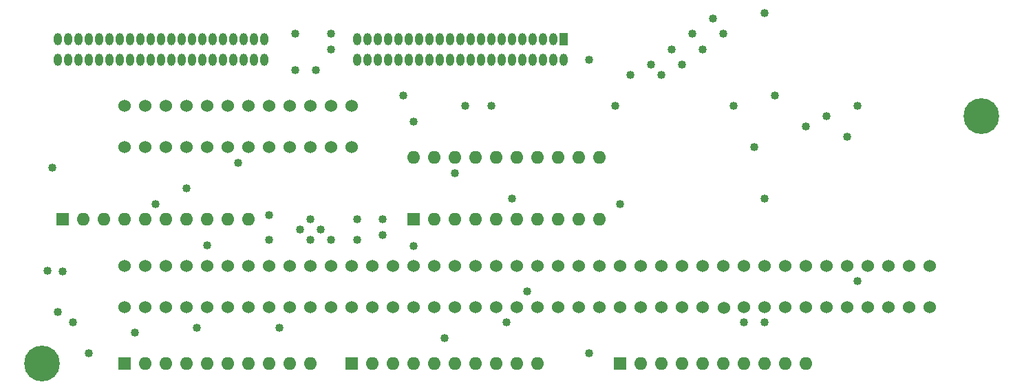
<source format=gts>
%TF.GenerationSoftware,KiCad,Pcbnew,(6.0.7)*%
%TF.CreationDate,2022-10-12T10:21:12-05:00*%
%TF.ProjectId,CompaqPortableIIIexpansionbackplane,436f6d70-6171-4506-9f72-7461626c6549,rev?*%
%TF.SameCoordinates,Original*%
%TF.FileFunction,Soldermask,Top*%
%TF.FilePolarity,Negative*%
%FSLAX46Y46*%
G04 Gerber Fmt 4.6, Leading zero omitted, Abs format (unit mm)*
G04 Created by KiCad (PCBNEW (6.0.7)) date 2022-10-12 10:21:12*
%MOMM*%
%LPD*%
G01*
G04 APERTURE LIST*
%ADD10R,1.600000X1.600000*%
%ADD11O,1.600000X1.600000*%
%ADD12C,1.524000*%
%ADD13R,1.000000X1.500000*%
%ADD14O,1.000000X1.500000*%
%ADD15C,4.400000*%
%ADD16C,1.016000*%
G04 APERTURE END LIST*
D10*
%TO.C,RN1*%
X93980000Y-102235000D03*
D11*
X96520000Y-102235000D03*
X99060000Y-102235000D03*
X101600000Y-102235000D03*
X104140000Y-102235000D03*
X106680000Y-102235000D03*
X109220000Y-102235000D03*
X111760000Y-102235000D03*
X114300000Y-102235000D03*
X116840000Y-102235000D03*
%TD*%
D12*
%TO.C,J110*%
X101600000Y-88265000D03*
X101600000Y-93345000D03*
X104140000Y-88265000D03*
X104140000Y-93345000D03*
X106680000Y-88265000D03*
X106680000Y-93345000D03*
X109220000Y-88265000D03*
X109220000Y-93345000D03*
X111760000Y-88265000D03*
X111760000Y-93345000D03*
X114300000Y-88265000D03*
X114300000Y-93345000D03*
X116840000Y-88265000D03*
X116840000Y-93345000D03*
X119380000Y-88265000D03*
X119380000Y-93345000D03*
X121920000Y-88265000D03*
X121920000Y-93345000D03*
X124460000Y-88265000D03*
X124460000Y-93345000D03*
X127000000Y-88265000D03*
X127000000Y-93345000D03*
X129540000Y-88265000D03*
X129540000Y-93345000D03*
%TD*%
D13*
%TO.C,J113*%
X155575000Y-80010000D03*
D14*
X155575000Y-82550000D03*
X154305000Y-80010000D03*
X154305000Y-82550000D03*
X153035000Y-80010000D03*
X153035000Y-82550000D03*
X151765000Y-80010000D03*
X151765000Y-82550000D03*
X150495000Y-80010000D03*
X150495000Y-82550000D03*
X149225000Y-80010000D03*
X149225000Y-82550000D03*
X147955000Y-80010000D03*
X147955000Y-82550000D03*
X146685000Y-80010000D03*
X146685000Y-82550000D03*
X145415000Y-80010000D03*
X145415000Y-82550000D03*
X144145000Y-80010000D03*
X144145000Y-82550000D03*
X142875000Y-80010000D03*
X142875000Y-82550000D03*
X141605000Y-80010000D03*
X141605000Y-82550000D03*
X140335000Y-80010000D03*
X140335000Y-82550000D03*
X139065000Y-80010000D03*
X139065000Y-82550000D03*
X137795000Y-80010000D03*
X137795000Y-82550000D03*
X136525000Y-80010000D03*
X136525000Y-82550000D03*
X135255000Y-80010000D03*
X135255000Y-82550000D03*
X133985000Y-80010000D03*
X133985000Y-82550000D03*
X132715000Y-80010000D03*
X132715000Y-82550000D03*
X131445000Y-80010000D03*
X131445000Y-82550000D03*
X130175000Y-80010000D03*
X130175000Y-82550000D03*
X118745000Y-80010000D03*
X118745000Y-82550000D03*
X117475000Y-80010000D03*
X117475000Y-82550000D03*
X116205000Y-80010000D03*
X116205000Y-82550000D03*
X114935000Y-80010000D03*
X114935000Y-82550000D03*
X113665000Y-80010000D03*
X113665000Y-82550000D03*
X112395000Y-80010000D03*
X112395000Y-82550000D03*
X111125000Y-80010000D03*
X111125000Y-82550000D03*
X109855000Y-80010000D03*
X109855000Y-82550000D03*
X108585000Y-80010000D03*
X108585000Y-82550000D03*
X107315000Y-80010000D03*
X107315000Y-82550000D03*
X106045000Y-80010000D03*
X106045000Y-82550000D03*
X104775000Y-80010000D03*
X104775000Y-82550000D03*
X103505000Y-80010000D03*
X103505000Y-82550000D03*
X102235000Y-80010000D03*
X102235000Y-82550000D03*
X100965000Y-80010000D03*
X100965000Y-82550000D03*
X99695000Y-80010000D03*
X99695000Y-82550000D03*
X98425000Y-80010000D03*
X98425000Y-82550000D03*
X97155000Y-80010000D03*
X97155000Y-82550000D03*
X95885000Y-80010000D03*
X95885000Y-82550000D03*
X94615000Y-80010000D03*
X94615000Y-82550000D03*
X93345000Y-80010000D03*
X93345000Y-82550000D03*
%TD*%
D10*
%TO.C,RN3*%
X129540000Y-120015000D03*
D11*
X132080000Y-120015000D03*
X134620000Y-120015000D03*
X137160000Y-120015000D03*
X139700000Y-120015000D03*
X142240000Y-120015000D03*
X144780000Y-120015000D03*
X147320000Y-120015000D03*
X149860000Y-120015000D03*
X152400000Y-120015000D03*
%TD*%
D10*
%TO.C,RN2*%
X162560000Y-120015000D03*
D11*
X165100000Y-120015000D03*
X167640000Y-120015000D03*
X170180000Y-120015000D03*
X172720000Y-120015000D03*
X175260000Y-120015000D03*
X177800000Y-120015000D03*
X180340000Y-120015000D03*
X182880000Y-120015000D03*
X185420000Y-120015000D03*
%TD*%
D10*
%TO.C,RN4*%
X101600000Y-120015000D03*
D11*
X104140000Y-120015000D03*
X106680000Y-120015000D03*
X109220000Y-120015000D03*
X111760000Y-120015000D03*
X114300000Y-120015000D03*
X116840000Y-120015000D03*
X119380000Y-120015000D03*
X121920000Y-120015000D03*
X124460000Y-120015000D03*
%TD*%
D10*
%TO.C,U1*%
X137160000Y-102235000D03*
D11*
X139700000Y-102235000D03*
X142240000Y-102235000D03*
X144780000Y-102235000D03*
X147320000Y-102235000D03*
X149860000Y-102235000D03*
X152400000Y-102235000D03*
X154940000Y-102235000D03*
X157480000Y-102235000D03*
X160020000Y-102235000D03*
X160020000Y-94615000D03*
X157480000Y-94615000D03*
X154940000Y-94615000D03*
X152400000Y-94615000D03*
X149860000Y-94615000D03*
X147320000Y-94615000D03*
X144780000Y-94615000D03*
X142240000Y-94615000D03*
X139700000Y-94615000D03*
X137160000Y-94615000D03*
%TD*%
D12*
%TO.C,J114*%
X101600000Y-107950000D03*
X104140000Y-107950000D03*
X106680000Y-107950000D03*
X109220000Y-107950000D03*
X111760000Y-107950000D03*
X114300000Y-107950000D03*
X116840000Y-107950000D03*
X119380000Y-107950000D03*
X121920000Y-107950000D03*
X124460000Y-107950000D03*
X127000000Y-107950000D03*
X129540000Y-107950000D03*
X132080000Y-107950000D03*
X134620000Y-107950000D03*
X137160000Y-107950000D03*
X139700000Y-107950000D03*
X142240000Y-107950000D03*
X144780000Y-107950000D03*
X147320000Y-107950000D03*
X149860000Y-107950000D03*
X152400000Y-107950000D03*
X154940000Y-107950000D03*
X157480000Y-107950000D03*
X160020000Y-107950000D03*
X162560000Y-107950000D03*
X165100000Y-107950000D03*
X167640000Y-107950000D03*
X170180000Y-107950000D03*
X172720000Y-107950000D03*
X175260000Y-107950000D03*
X177800000Y-107950000D03*
X180340000Y-107950000D03*
X182880000Y-107950000D03*
X185420000Y-107950000D03*
X187960000Y-107950000D03*
X190500000Y-107950000D03*
X193040000Y-107950000D03*
X195580000Y-107950000D03*
X198120000Y-107950000D03*
X200660000Y-107950000D03*
X101600000Y-113030000D03*
X104140000Y-113030000D03*
X106680000Y-113030000D03*
X109220000Y-113030000D03*
X111760000Y-113030000D03*
X114300000Y-113030000D03*
X116840000Y-113030000D03*
X119380000Y-113030000D03*
X121920000Y-113030000D03*
X124460000Y-113030000D03*
X127000000Y-113030000D03*
X129540000Y-113030000D03*
X132080000Y-113030000D03*
X134620000Y-113030000D03*
X137160000Y-113030000D03*
X139700000Y-113030000D03*
X142240000Y-113030000D03*
X144780000Y-113030000D03*
X147320000Y-113030000D03*
X149860000Y-113030000D03*
X152400000Y-113030000D03*
X154940000Y-113030000D03*
X157480000Y-113030000D03*
X160020000Y-113030000D03*
X162560000Y-113030000D03*
X165100000Y-113030000D03*
X167640000Y-113030000D03*
X170180000Y-113030000D03*
X172720000Y-113030000D03*
X175282238Y-113102193D03*
X177800000Y-113030000D03*
X180340000Y-113030000D03*
X182880000Y-113030000D03*
X185420000Y-113030000D03*
X187960000Y-113030000D03*
X190500000Y-113030000D03*
X193040000Y-113030000D03*
X195580000Y-113030000D03*
X198120000Y-113030000D03*
X200660000Y-113030000D03*
%TD*%
D15*
%TO.C,H2*%
X207010000Y-89535000D03*
%TD*%
%TO.C,H1*%
X91440000Y-120015000D03*
%TD*%
D16*
X179070000Y-93345000D03*
X122555000Y-83820000D03*
X180340000Y-76835000D03*
X180340000Y-99695000D03*
X119380000Y-101650800D03*
X190500000Y-92075000D03*
X125095000Y-83820000D03*
X158750000Y-118745000D03*
X163830000Y-84455000D03*
X137160000Y-105460800D03*
X130175000Y-102235000D03*
X133350000Y-102235000D03*
X125730000Y-103505000D03*
X133350000Y-104140000D03*
X127000000Y-79375000D03*
X140970000Y-116840000D03*
X127000000Y-81280000D03*
X127000000Y-104775000D03*
X130175000Y-104775000D03*
X191770000Y-109855000D03*
X191770000Y-88265000D03*
X187960000Y-89535000D03*
X185420000Y-90805000D03*
X177800000Y-114935000D03*
X176530000Y-88265000D03*
X137160000Y-90170000D03*
X143510000Y-88265000D03*
X93980000Y-108610400D03*
X92075000Y-108585000D03*
X110490000Y-115570000D03*
X120650000Y-115570000D03*
X105410000Y-100330000D03*
X93345000Y-113665000D03*
X95250000Y-114935000D03*
X158750000Y-82550000D03*
X148590000Y-114935000D03*
X151130000Y-111125000D03*
X149225000Y-99695000D03*
X162560000Y-100330000D03*
X115570000Y-95250000D03*
X142240000Y-96520000D03*
X111760000Y-105410000D03*
X122555000Y-79375000D03*
X124460000Y-104775000D03*
X92710000Y-95885000D03*
X109220000Y-98425000D03*
X124460000Y-102235000D03*
X161925000Y-88265000D03*
X167640000Y-84455000D03*
X170180000Y-83185000D03*
X172720000Y-81280000D03*
X175260000Y-79375000D03*
X166370000Y-83185000D03*
X168910000Y-81280000D03*
X171450000Y-79375000D03*
X173990000Y-77470000D03*
X102870000Y-116205000D03*
X123190000Y-103505000D03*
X119380000Y-104775000D03*
X180340000Y-114935000D03*
X181610000Y-86995000D03*
X97155000Y-118745000D03*
X135890000Y-86995000D03*
X146685000Y-88265000D03*
M02*

</source>
